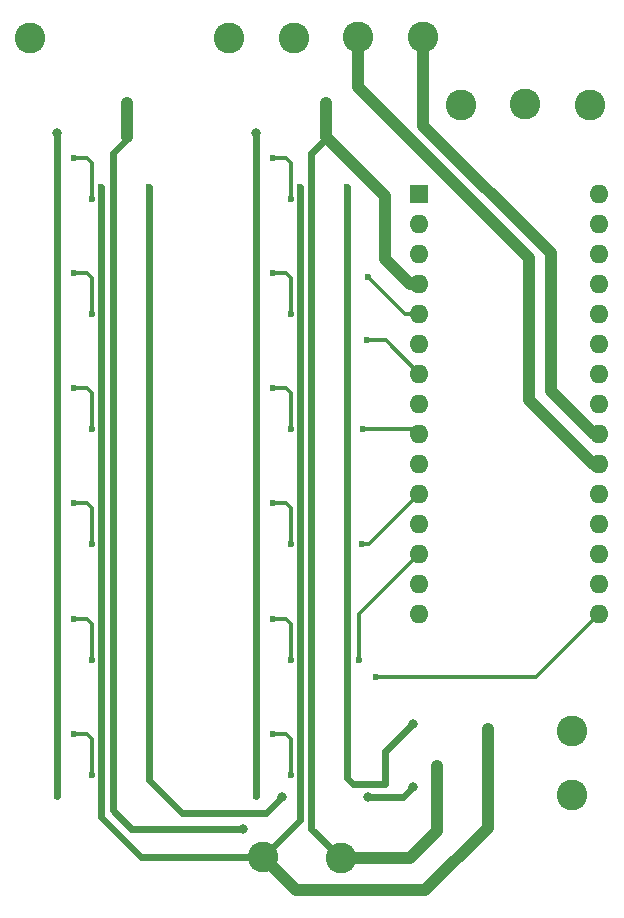
<source format=gbr>
%TF.GenerationSoftware,KiCad,Pcbnew,5.1.6-c6e7f7d~86~ubuntu18.04.1*%
%TF.CreationDate,2020-07-15T12:18:57+12:00*%
%TF.ProjectId,Volume Controller,566f6c75-6d65-4204-936f-6e74726f6c6c,rev?*%
%TF.SameCoordinates,Original*%
%TF.FileFunction,Copper,L2,Bot*%
%TF.FilePolarity,Positive*%
%FSLAX46Y46*%
G04 Gerber Fmt 4.6, Leading zero omitted, Abs format (unit mm)*
G04 Created by KiCad (PCBNEW 5.1.6-c6e7f7d~86~ubuntu18.04.1) date 2020-07-15 12:18:57*
%MOMM*%
%LPD*%
G01*
G04 APERTURE LIST*
%TA.AperFunction,ComponentPad*%
%ADD10R,1.600000X1.600000*%
%TD*%
%TA.AperFunction,ComponentPad*%
%ADD11O,1.600000X1.600000*%
%TD*%
%TA.AperFunction,ComponentPad*%
%ADD12C,2.600000*%
%TD*%
%TA.AperFunction,ViaPad*%
%ADD13C,0.600000*%
%TD*%
%TA.AperFunction,ViaPad*%
%ADD14C,0.800000*%
%TD*%
%TA.AperFunction,ViaPad*%
%ADD15C,1.000000*%
%TD*%
%TA.AperFunction,Conductor*%
%ADD16C,0.600000*%
%TD*%
%TA.AperFunction,Conductor*%
%ADD17C,1.000000*%
%TD*%
%TA.AperFunction,Conductor*%
%ADD18C,0.300000*%
%TD*%
G04 APERTURE END LIST*
D10*
%TO.P,A1,1*%
%TO.N,Net-(A1-Pad1)*%
X171259500Y-61722000D03*
D11*
%TO.P,A1,17*%
%TO.N,+3V3*%
X186499500Y-94742000D03*
%TO.P,A1,2*%
%TO.N,Net-(A1-Pad2)*%
X171259500Y-64262000D03*
%TO.P,A1,18*%
%TO.N,Net-(A1-Pad18)*%
X186499500Y-92202000D03*
%TO.P,A1,3*%
%TO.N,Net-(A1-Pad3)*%
X171259500Y-66802000D03*
%TO.P,A1,19*%
%TO.N,Net-(A1-Pad19)*%
X186499500Y-89662000D03*
%TO.P,A1,4*%
%TO.N,GND*%
X171259500Y-69342000D03*
%TO.P,A1,20*%
%TO.N,Net-(A1-Pad20)*%
X186499500Y-87122000D03*
%TO.P,A1,5*%
%TO.N,Net-(A1-Pad5)*%
X171259500Y-71882000D03*
%TO.P,A1,21*%
%TO.N,Net-(A1-Pad21)*%
X186499500Y-84582000D03*
%TO.P,A1,6*%
%TO.N,Net-(A1-Pad6)*%
X171259500Y-74422000D03*
%TO.P,A1,22*%
%TO.N,Net-(A1-Pad22)*%
X186499500Y-82042000D03*
%TO.P,A1,7*%
%TO.N,Net-(A1-Pad7)*%
X171259500Y-76962000D03*
%TO.P,A1,23*%
%TO.N,Net-(A1-Pad23)*%
X186499500Y-79502000D03*
%TO.P,A1,8*%
%TO.N,Net-(A1-Pad8)*%
X171259500Y-79502000D03*
%TO.P,A1,24*%
%TO.N,Net-(A1-Pad24)*%
X186499500Y-76962000D03*
%TO.P,A1,9*%
%TO.N,Net-(A1-Pad9)*%
X171259500Y-82042000D03*
%TO.P,A1,25*%
%TO.N,Net-(A1-Pad25)*%
X186499500Y-74422000D03*
%TO.P,A1,10*%
%TO.N,Net-(A1-Pad10)*%
X171259500Y-84582000D03*
%TO.P,A1,26*%
%TO.N,Net-(A1-Pad26)*%
X186499500Y-71882000D03*
%TO.P,A1,11*%
%TO.N,Net-(A1-Pad11)*%
X171259500Y-87122000D03*
%TO.P,A1,27*%
%TO.N,+5V*%
X186499500Y-69342000D03*
%TO.P,A1,12*%
%TO.N,Net-(A1-Pad12)*%
X171259500Y-89662000D03*
%TO.P,A1,28*%
%TO.N,Net-(A1-Pad28)*%
X186499500Y-66802000D03*
%TO.P,A1,13*%
%TO.N,Net-(A1-Pad13)*%
X171259500Y-92202000D03*
%TO.P,A1,29*%
%TO.N,Net-(A1-Pad29)*%
X186499500Y-64262000D03*
%TO.P,A1,14*%
%TO.N,Net-(A1-Pad14)*%
X171259500Y-94742000D03*
%TO.P,A1,30*%
%TO.N,Net-(A1-Pad30)*%
X186499500Y-61722000D03*
%TO.P,A1,15*%
%TO.N,Net-(A1-Pad15)*%
X171259500Y-97282000D03*
%TO.P,A1,16*%
%TO.N,Net-(A1-Pad16)*%
X186499500Y-97282000D03*
%TD*%
D12*
%TO.P,+5V1,1*%
%TO.N,+5V*%
X185737500Y-54165500D03*
%TD*%
%TO.P,GND1,1*%
%TO.N,GND*%
X164592000Y-117919500D03*
%TD*%
%TO.P,GNDA1,1*%
%TO.N,GNDA*%
X158051500Y-117856000D03*
%TD*%
%TO.P,J1,1*%
%TO.N,GND*%
X160655000Y-48514000D03*
%TD*%
%TO.P,J2,1*%
%TO.N,Net-(A1-Pad21)*%
X166052500Y-48387000D03*
%TD*%
%TO.P,J3,1*%
%TO.N,Net-(A1-Pad22)*%
X171577000Y-48387000D03*
%TD*%
%TO.P,ModeSelect1,1*%
%TO.N,Net-(A1-Pad19)*%
X174815500Y-54165500D03*
%TD*%
%TO.P,ModeSelect2,1*%
%TO.N,Net-(A1-Pad20)*%
X180213000Y-54102000D03*
%TD*%
%TO.P,Vin1,1*%
%TO.N,Net-(U1-Pad3)*%
X155130500Y-48514000D03*
%TD*%
%TO.P,Vin2,1*%
%TO.N,Net-(U9-Pad3)*%
X138303000Y-48514000D03*
%TD*%
%TO.P,Vout1,1*%
%TO.N,Net-(R25-Pad1)*%
X184150000Y-107188000D03*
%TD*%
%TO.P,Vout2,1*%
%TO.N,Net-(R26-Pad1)*%
X184150000Y-112585500D03*
%TD*%
D13*
%TO.N,+3V3*%
X140589000Y-90360500D03*
X140589000Y-100139500D03*
X140589000Y-109855000D03*
X140589000Y-70866000D03*
X140589000Y-80581500D03*
X140589000Y-61150500D03*
X140589000Y-112712500D03*
D14*
X140589000Y-56578500D03*
D13*
X157416500Y-90360500D03*
X157416500Y-100139500D03*
X157416500Y-109855000D03*
X157416500Y-70866000D03*
X157416500Y-80581500D03*
X157416500Y-61150500D03*
X157416500Y-112712500D03*
D14*
X157416500Y-56578500D03*
D15*
%TO.N,GND*%
X146494500Y-54038500D03*
X172720000Y-115506500D03*
D13*
X145288000Y-90360500D03*
X145288000Y-100139500D03*
X145288000Y-109855000D03*
X145288000Y-70866000D03*
X145288000Y-80581500D03*
X145288000Y-61150500D03*
X162115500Y-90360500D03*
X162115500Y-100139500D03*
X162115500Y-109855000D03*
X162115500Y-70866000D03*
X162115500Y-80581500D03*
X162115500Y-61150500D03*
D15*
X163322000Y-54038500D03*
X172720000Y-110109000D03*
D14*
X156337000Y-115443000D03*
D13*
%TO.N,Net-(A1-Pad5)*%
X166878000Y-68707000D03*
%TO.N,Net-(A1-Pad7)*%
X166814500Y-74104500D03*
%TO.N,Net-(A1-Pad9)*%
X166481000Y-81581500D03*
%TO.N,Net-(A1-Pad11)*%
X166386000Y-91360500D03*
%TO.N,Net-(A1-Pad13)*%
X166179500Y-101155500D03*
%TO.N,Net-(A1-Pad16)*%
X167576500Y-102616000D03*
%TO.N,Net-(R2-Pad1)*%
X160401000Y-62166500D03*
X158871000Y-58680000D03*
%TO.N,Net-(R6-Pad1)*%
X158871000Y-68395500D03*
X160401000Y-71882000D03*
%TO.N,Net-(R10-Pad1)*%
X158871000Y-78111000D03*
X160401000Y-81597500D03*
%TO.N,Net-(R14-Pad1)*%
X158871000Y-87890000D03*
X160401000Y-91376500D03*
%TO.N,Net-(R18-Pad1)*%
X158871000Y-97669000D03*
X160401000Y-101155500D03*
%TO.N,Net-(R22-Pad1)*%
X158871000Y-107384500D03*
X160401000Y-110871000D03*
%TO.N,GNDA*%
X144335500Y-90360500D03*
X144335500Y-100139500D03*
X144335500Y-109855000D03*
X144335500Y-70866000D03*
X144335500Y-80581500D03*
X144335500Y-61150500D03*
X161163000Y-90360500D03*
X161163000Y-100139500D03*
X161163000Y-109855000D03*
X161163000Y-70866000D03*
X161163000Y-80581500D03*
X161163000Y-61150500D03*
D14*
X177038000Y-106997500D03*
X177038000Y-112395000D03*
D13*
%TO.N,Net-(R25-Pad2)*%
X165163500Y-90360500D03*
X165163500Y-100139500D03*
X165163500Y-109855000D03*
X165163500Y-70866000D03*
X165163500Y-80581500D03*
X165163500Y-61150500D03*
D14*
X170688000Y-106553000D03*
D13*
%TO.N,Net-(R26-Pad2)*%
X148336000Y-70866000D03*
D14*
X170688000Y-111950500D03*
D13*
X148336000Y-90360500D03*
X148336000Y-100139500D03*
X148336000Y-109855000D03*
X148336000Y-80581500D03*
X148336000Y-61150500D03*
D14*
X159639000Y-112776000D03*
X166941500Y-112776000D03*
D13*
%TO.N,Net-(R28-Pad1)*%
X143573500Y-62166500D03*
X142043500Y-58680000D03*
%TO.N,Net-(R32-Pad1)*%
X142043500Y-68395500D03*
X143573500Y-71882000D03*
%TO.N,Net-(R36-Pad1)*%
X142043500Y-78111000D03*
X143573500Y-81597500D03*
%TO.N,Net-(R40-Pad1)*%
X142043500Y-87890000D03*
X143573500Y-91376500D03*
%TO.N,Net-(R44-Pad1)*%
X142043500Y-97669000D03*
X143573500Y-101155500D03*
%TO.N,Net-(R48-Pad1)*%
X142043500Y-107384500D03*
X143573500Y-110871000D03*
%TD*%
D16*
%TO.N,+3V3*%
X140589000Y-109855000D02*
X140589000Y-112585500D01*
X140589000Y-100139500D02*
X140589000Y-97155000D01*
X140589000Y-112712500D02*
X140589000Y-112712500D01*
X140589000Y-90360500D02*
X140589000Y-87376000D01*
X140589000Y-83439000D02*
X140589000Y-83312000D01*
X140589000Y-80581500D02*
X140589000Y-83312000D01*
X140589000Y-61150500D02*
X140589000Y-58166000D01*
X140589000Y-67881500D02*
X140589000Y-70866000D01*
X140589000Y-61150500D02*
X140589000Y-67881500D01*
X140589000Y-77597000D02*
X140589000Y-80581500D01*
X140589000Y-70866000D02*
X140589000Y-77597000D01*
X140589000Y-83312000D02*
X140589000Y-87376000D01*
X140589000Y-93091000D02*
X140589000Y-97155000D01*
X140589000Y-106870500D02*
X140589000Y-109855000D01*
X140589000Y-100139500D02*
X140589000Y-106870500D01*
X140589000Y-112712500D02*
X140589000Y-112585500D01*
X140589000Y-58166000D02*
X140589000Y-56578500D01*
X140589000Y-90360500D02*
X140589000Y-93091000D01*
X140589000Y-93218000D02*
X140589000Y-93091000D01*
X157416500Y-90360500D02*
X157416500Y-87376000D01*
X157416500Y-93218000D02*
X157416500Y-93091000D01*
X157416500Y-90360500D02*
X157416500Y-93091000D01*
X157416500Y-100139500D02*
X157416500Y-97155000D01*
X157416500Y-112712500D02*
X157416500Y-112712500D01*
X157416500Y-109855000D02*
X157416500Y-112585500D01*
X157416500Y-83439000D02*
X157416500Y-83312000D01*
X157416500Y-80581500D02*
X157416500Y-83312000D01*
X157416500Y-61150500D02*
X157416500Y-58166000D01*
X157416500Y-67881500D02*
X157416500Y-70866000D01*
X157416500Y-61150500D02*
X157416500Y-67881500D01*
X157416500Y-77597000D02*
X157416500Y-80581500D01*
X157416500Y-70866000D02*
X157416500Y-77597000D01*
X157416500Y-83312000D02*
X157416500Y-87376000D01*
X157416500Y-93091000D02*
X157416500Y-97155000D01*
X157416500Y-106870500D02*
X157416500Y-109855000D01*
X157416500Y-100139500D02*
X157416500Y-106870500D01*
X157416500Y-112712500D02*
X157416500Y-112585500D01*
X157416500Y-58166000D02*
X157416500Y-56578500D01*
%TO.N,GND*%
X146494500Y-57023000D02*
X145288000Y-58229500D01*
X146494500Y-54038500D02*
X146494500Y-57023000D01*
D17*
X146494500Y-54038500D02*
X146494500Y-56896000D01*
X172720000Y-115506500D02*
X172720000Y-115506500D01*
D16*
X145288000Y-61150500D02*
X145288000Y-60960000D01*
X145288000Y-60960000D02*
X145288000Y-58229500D01*
X145288000Y-70675500D02*
X145288000Y-70866000D01*
X145288000Y-61150500D02*
X145288000Y-70675500D01*
X145288000Y-80391000D02*
X145288000Y-80581500D01*
X145288000Y-70866000D02*
X145288000Y-80391000D01*
X145288000Y-90170000D02*
X145288000Y-90360500D01*
X145288000Y-80581500D02*
X145288000Y-90170000D01*
X145288000Y-99949000D02*
X145288000Y-100139500D01*
X145288000Y-90360500D02*
X145288000Y-99949000D01*
X145288000Y-109664500D02*
X145288000Y-109855000D01*
X145288000Y-100139500D02*
X145288000Y-109664500D01*
X145288000Y-109855000D02*
X145288000Y-113728500D01*
X162115500Y-61150500D02*
X162115500Y-60960000D01*
X162115500Y-60960000D02*
X162115500Y-58229500D01*
X162115500Y-70675500D02*
X162115500Y-70866000D01*
X162115500Y-61150500D02*
X162115500Y-70675500D01*
X162115500Y-80391000D02*
X162115500Y-80581500D01*
X162115500Y-70866000D02*
X162115500Y-80391000D01*
X162115500Y-90170000D02*
X162115500Y-90360500D01*
X162115500Y-80581500D02*
X162115500Y-90170000D01*
X162115500Y-99949000D02*
X162115500Y-100139500D01*
X162115500Y-90360500D02*
X162115500Y-99949000D01*
X162115500Y-109664500D02*
X162115500Y-109855000D01*
X162115500Y-100139500D02*
X162115500Y-109664500D01*
X163322000Y-57023000D02*
X162115500Y-58229500D01*
X163322000Y-54038500D02*
X163322000Y-57023000D01*
D17*
X163322000Y-54038500D02*
X163322000Y-56896000D01*
X168338500Y-61912500D02*
X168338500Y-67183000D01*
X163322000Y-56896000D02*
X168338500Y-61912500D01*
X170497500Y-69342000D02*
X171259500Y-69342000D01*
X168338500Y-67183000D02*
X170497500Y-69342000D01*
X172720000Y-110109000D02*
X172720000Y-110109000D01*
X172720000Y-115633500D02*
X172720000Y-110109000D01*
X164592000Y-117919500D02*
X170434000Y-117919500D01*
X170434000Y-117919500D02*
X172720000Y-115633500D01*
D16*
X162115500Y-115443000D02*
X164592000Y-117919500D01*
X162115500Y-109855000D02*
X162115500Y-115443000D01*
X145288000Y-113728500D02*
X145288000Y-113855500D01*
X145288000Y-113855500D02*
X146875500Y-115443000D01*
X146875500Y-115443000D02*
X156337000Y-115443000D01*
X156337000Y-115443000D02*
X156337000Y-115443000D01*
D18*
%TO.N,Net-(A1-Pad5)*%
X170053000Y-71882000D02*
X166878000Y-68707000D01*
X171259500Y-71882000D02*
X170053000Y-71882000D01*
D17*
%TO.N,Net-(A1-Pad21)*%
X166052500Y-48387000D02*
X166052500Y-52641500D01*
X166052500Y-52641500D02*
X180530500Y-67119500D01*
X180530500Y-67119500D02*
X180530500Y-79184500D01*
X185928000Y-84582000D02*
X186499500Y-84582000D01*
X180530500Y-79184500D02*
X185928000Y-84582000D01*
%TO.N,Net-(A1-Pad22)*%
X171577000Y-48387000D02*
X171577000Y-55943500D01*
X171577000Y-55943500D02*
X182372000Y-66738500D01*
X182372000Y-66738500D02*
X182372000Y-78359000D01*
X186055000Y-82042000D02*
X186499500Y-82042000D01*
X182372000Y-78359000D02*
X186055000Y-82042000D01*
D18*
%TO.N,Net-(A1-Pad7)*%
X168402000Y-74104500D02*
X171259500Y-76962000D01*
X166814500Y-74104500D02*
X168402000Y-74104500D01*
%TO.N,Net-(A1-Pad9)*%
X170799000Y-81581500D02*
X171259500Y-82042000D01*
X166481000Y-81581500D02*
X170799000Y-81581500D01*
%TO.N,Net-(A1-Pad11)*%
X167021000Y-91360500D02*
X171259500Y-87122000D01*
X166386000Y-91360500D02*
X167021000Y-91360500D01*
%TO.N,Net-(A1-Pad13)*%
X171259500Y-92202000D02*
X166179500Y-97282000D01*
X166179500Y-97282000D02*
X166179500Y-101155500D01*
X166179500Y-101155500D02*
X166179500Y-101155500D01*
%TO.N,Net-(A1-Pad16)*%
X181165500Y-102616000D02*
X186499500Y-97282000D01*
X167576500Y-102616000D02*
X181165500Y-102616000D01*
%TO.N,Net-(R2-Pad1)*%
X158871000Y-58680000D02*
X159962500Y-58680000D01*
X160401000Y-59118500D02*
X160401000Y-62166500D01*
X159962500Y-58680000D02*
X160401000Y-59118500D01*
%TO.N,Net-(R6-Pad1)*%
X158871000Y-68395500D02*
X159962500Y-68395500D01*
X160401000Y-68834000D02*
X160401000Y-71882000D01*
X159962500Y-68395500D02*
X160401000Y-68834000D01*
%TO.N,Net-(R10-Pad1)*%
X158871000Y-78111000D02*
X159962500Y-78111000D01*
X160401000Y-78549500D02*
X160401000Y-81597500D01*
X159962500Y-78111000D02*
X160401000Y-78549500D01*
%TO.N,Net-(R14-Pad1)*%
X158871000Y-87890000D02*
X159962500Y-87890000D01*
X160401000Y-88328500D02*
X160401000Y-91376500D01*
X159962500Y-87890000D02*
X160401000Y-88328500D01*
%TO.N,Net-(R18-Pad1)*%
X158871000Y-97669000D02*
X159962500Y-97669000D01*
X160401000Y-98107500D02*
X160401000Y-101155500D01*
X159962500Y-97669000D02*
X160401000Y-98107500D01*
%TO.N,Net-(R22-Pad1)*%
X158871000Y-107384500D02*
X159962500Y-107384500D01*
X160401000Y-107823000D02*
X160401000Y-110871000D01*
X159962500Y-107384500D02*
X160401000Y-107823000D01*
D16*
%TO.N,GNDA*%
X144335500Y-67945000D02*
X144335500Y-70866000D01*
X144335500Y-61150500D02*
X144335500Y-67945000D01*
X144335500Y-77660500D02*
X144335500Y-80581500D01*
X144335500Y-70866000D02*
X144335500Y-77660500D01*
X144335500Y-87439500D02*
X144335500Y-90360500D01*
X144335500Y-80581500D02*
X144335500Y-87439500D01*
X144335500Y-97218500D02*
X144335500Y-100139500D01*
X144335500Y-90360500D02*
X144335500Y-97218500D01*
X144335500Y-106934000D02*
X144335500Y-109855000D01*
X144335500Y-100139500D02*
X144335500Y-106934000D01*
X161163000Y-67945000D02*
X161163000Y-70866000D01*
X161163000Y-61150500D02*
X161163000Y-67945000D01*
X161163000Y-77660500D02*
X161163000Y-80581500D01*
X161163000Y-70866000D02*
X161163000Y-77660500D01*
X161163000Y-87439500D02*
X161163000Y-90360500D01*
X161163000Y-80581500D02*
X161163000Y-87439500D01*
X161163000Y-97218500D02*
X161163000Y-100139500D01*
X161163000Y-90360500D02*
X161163000Y-97218500D01*
X161163000Y-106934000D02*
X161163000Y-109855000D01*
X161163000Y-100139500D02*
X161163000Y-106934000D01*
X147701000Y-117856000D02*
X158051500Y-117856000D01*
X144335500Y-109855000D02*
X144335500Y-114490500D01*
X144335500Y-114490500D02*
X147701000Y-117856000D01*
X161163000Y-114744500D02*
X158051500Y-117856000D01*
X161163000Y-109855000D02*
X161163000Y-114744500D01*
D17*
X160845500Y-120650000D02*
X158051500Y-117856000D01*
X171767500Y-120650000D02*
X160845500Y-120650000D01*
X177038000Y-106997500D02*
X177038000Y-115379500D01*
X177038000Y-115379500D02*
X171767500Y-120650000D01*
D16*
%TO.N,Net-(R25-Pad2)*%
X165163500Y-90360500D02*
X165163500Y-87439500D01*
X165163500Y-102933500D02*
X165163500Y-102870000D01*
X165163500Y-100139500D02*
X165163500Y-102870000D01*
X165163500Y-109855000D02*
X165163500Y-106934000D01*
X165163500Y-73660000D02*
X165163500Y-73596500D01*
X165163500Y-70866000D02*
X165163500Y-73596500D01*
X165163500Y-83375500D02*
X165163500Y-83312000D01*
X165163500Y-80581500D02*
X165163500Y-83312000D01*
X165163500Y-67945000D02*
X165163500Y-70866000D01*
X165163500Y-61150500D02*
X165163500Y-67945000D01*
X165163500Y-80581500D02*
X165163500Y-77914500D01*
X165163500Y-73596500D02*
X165163500Y-77914500D01*
X165163500Y-77914500D02*
X165163500Y-77660500D01*
X165163500Y-83312000D02*
X165163500Y-87439500D01*
X165163500Y-97218500D02*
X165163500Y-100139500D01*
X165163500Y-90360500D02*
X165163500Y-97218500D01*
X165163500Y-102870000D02*
X165163500Y-106934000D01*
X165671500Y-111633000D02*
X165671500Y-111633000D01*
X165163500Y-111125000D02*
X165671500Y-111633000D01*
X165163500Y-109855000D02*
X165163500Y-111125000D01*
X168338500Y-108902500D02*
X170688000Y-106553000D01*
X165671500Y-111633000D02*
X168338500Y-111633000D01*
X168338500Y-111633000D02*
X168338500Y-108902500D01*
%TO.N,Net-(R26-Pad2)*%
X148336000Y-73660000D02*
X148336000Y-73596500D01*
X148336000Y-70866000D02*
X148336000Y-73596500D01*
X148336000Y-83375500D02*
X148336000Y-83312000D01*
X148336000Y-80581500D02*
X148336000Y-83312000D01*
X148336000Y-67945000D02*
X148336000Y-70866000D01*
X148336000Y-61150500D02*
X148336000Y-67945000D01*
X148336000Y-80581500D02*
X148336000Y-77914500D01*
X148336000Y-73596500D02*
X148336000Y-77914500D01*
X148336000Y-77914500D02*
X148336000Y-77660500D01*
X148336000Y-83312000D02*
X148336000Y-87439500D01*
X148336000Y-97218500D02*
X148336000Y-100139500D01*
X148336000Y-90360500D02*
X148336000Y-97218500D01*
X148336000Y-102870000D02*
X148336000Y-106934000D01*
X148336000Y-90360500D02*
X148336000Y-87439500D01*
X148336000Y-102933500D02*
X148336000Y-102870000D01*
X148336000Y-100139500D02*
X148336000Y-102870000D01*
X148336000Y-109855000D02*
X148336000Y-106934000D01*
X148336000Y-109855000D02*
X148336000Y-111125000D01*
X148336000Y-111125000D02*
X148336000Y-111315500D01*
X148336000Y-111315500D02*
X151130000Y-114109500D01*
X151130000Y-114109500D02*
X158305500Y-114109500D01*
X158305500Y-114109500D02*
X159639000Y-112776000D01*
X159639000Y-112776000D02*
X159639000Y-112776000D01*
X169862500Y-112776000D02*
X170688000Y-111950500D01*
X166941500Y-112776000D02*
X169862500Y-112776000D01*
D18*
%TO.N,Net-(R28-Pad1)*%
X142043500Y-58680000D02*
X143135000Y-58680000D01*
X143573500Y-59118500D02*
X143573500Y-62166500D01*
X143135000Y-58680000D02*
X143573500Y-59118500D01*
%TO.N,Net-(R32-Pad1)*%
X142043500Y-68395500D02*
X143135000Y-68395500D01*
X143573500Y-68834000D02*
X143573500Y-71882000D01*
X143135000Y-68395500D02*
X143573500Y-68834000D01*
%TO.N,Net-(R36-Pad1)*%
X142043500Y-78111000D02*
X143135000Y-78111000D01*
X143573500Y-78549500D02*
X143573500Y-81597500D01*
X143135000Y-78111000D02*
X143573500Y-78549500D01*
%TO.N,Net-(R40-Pad1)*%
X142043500Y-87890000D02*
X143135000Y-87890000D01*
X143573500Y-88328500D02*
X143573500Y-91376500D01*
X143135000Y-87890000D02*
X143573500Y-88328500D01*
%TO.N,Net-(R44-Pad1)*%
X142043500Y-97669000D02*
X143135000Y-97669000D01*
X143573500Y-98107500D02*
X143573500Y-101155500D01*
X143135000Y-97669000D02*
X143573500Y-98107500D01*
%TO.N,Net-(R48-Pad1)*%
X143135000Y-107384500D02*
X143573500Y-107823000D01*
X142043500Y-107384500D02*
X143135000Y-107384500D01*
X143573500Y-107823000D02*
X143573500Y-110871000D01*
%TD*%
M02*

</source>
